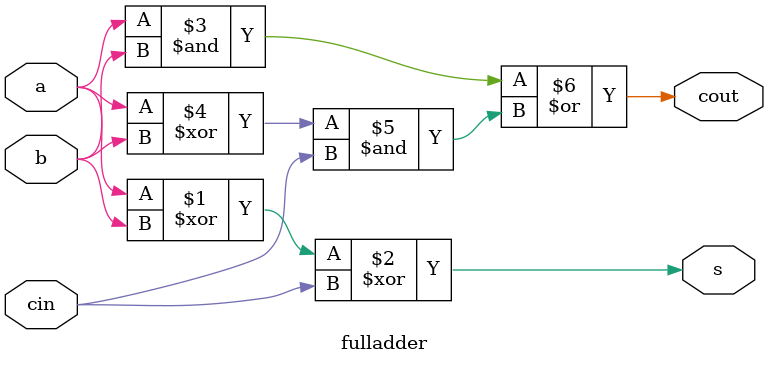
<source format=sv>
module fulladder(input logic a, b, cin, output logic s, cout);

assign s = (a ^ b) ^ cin;
assign cout = (a & b) | ((a ^ b) & cin);

endmodule

</source>
